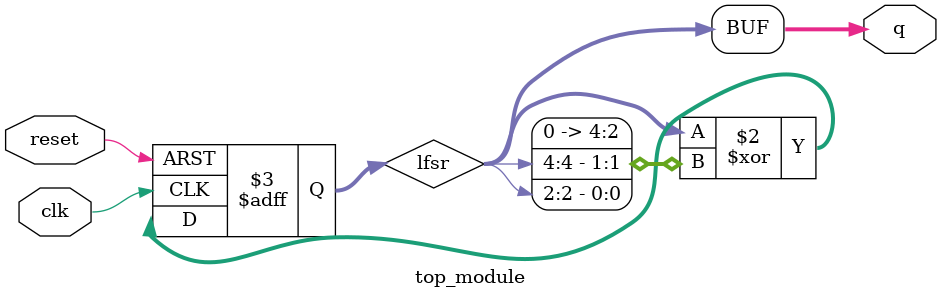
<source format=sv>
module top_module(
    input clk,
    input reset,
    output reg [4:0] q);

reg [4:0] lfsr;

always @(posedge clk or posedge reset) begin
    if (reset)
        lfsr <= 5'b1;   // reset the LFSR output to 1
    else
        lfsr <= lfsr ^ {lfsr[4], lfsr[2]};   // update LFSR state with XOR operation
end

assign q = lfsr;

endmodule

</source>
